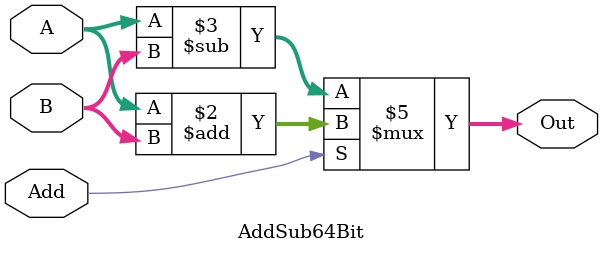
<source format=v>
`timescale 1ns / 1ps


module AddSub64Bit(A, B, Out, Add);

    input [63:0] A, B;
    input Add;
    
    output reg [63:0] Out;
    
    always @* begin
        if(Add)
            Out <= A + B;
        else
            Out <= A - B;
    end
    
    
endmodule

</source>
